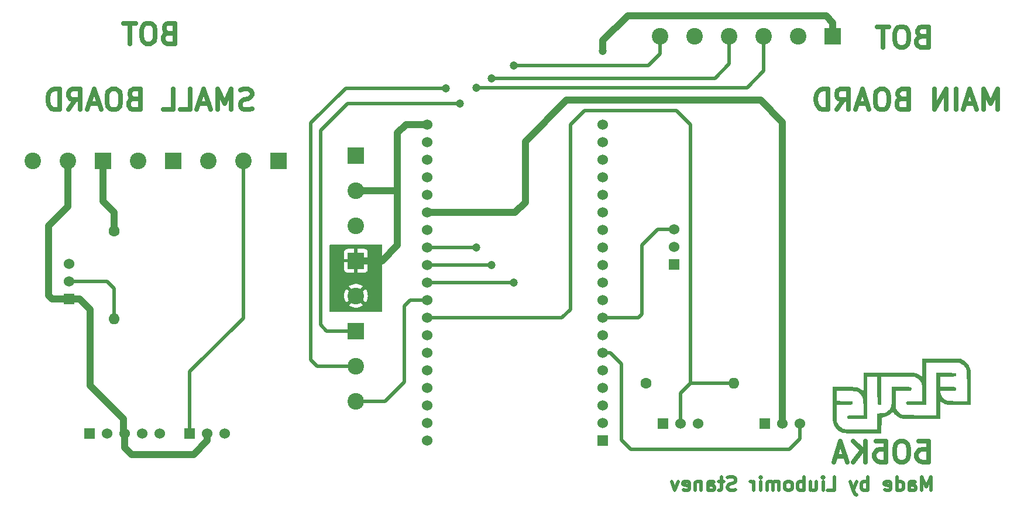
<source format=gbr>
%TF.GenerationSoftware,KiCad,Pcbnew,7.0.10*%
%TF.CreationDate,2024-02-03T15:37:23+02:00*%
%TF.ProjectId,Liubomir_Stanev_PCB,4c697562-6f6d-4697-925f-5374616e6576,rev?*%
%TF.SameCoordinates,Original*%
%TF.FileFunction,Copper,L2,Bot*%
%TF.FilePolarity,Positive*%
%FSLAX46Y46*%
G04 Gerber Fmt 4.6, Leading zero omitted, Abs format (unit mm)*
G04 Created by KiCad (PCBNEW 7.0.10) date 2024-02-03 15:37:23*
%MOMM*%
%LPD*%
G01*
G04 APERTURE LIST*
%ADD10C,0.700000*%
%TA.AperFunction,NonConductor*%
%ADD11C,0.700000*%
%TD*%
%ADD12C,0.500000*%
%TA.AperFunction,NonConductor*%
%ADD13C,0.500000*%
%TD*%
%TA.AperFunction,ComponentPad*%
%ADD14R,1.530000X1.530000*%
%TD*%
%TA.AperFunction,ComponentPad*%
%ADD15C,1.530000*%
%TD*%
%TA.AperFunction,ComponentPad*%
%ADD16C,1.600000*%
%TD*%
%TA.AperFunction,ComponentPad*%
%ADD17O,1.600000X1.600000*%
%TD*%
%TA.AperFunction,ComponentPad*%
%ADD18R,2.400000X2.400000*%
%TD*%
%TA.AperFunction,ComponentPad*%
%ADD19C,2.400000*%
%TD*%
%TA.AperFunction,ViaPad*%
%ADD20C,1.200000*%
%TD*%
%TA.AperFunction,Conductor*%
%ADD21C,1.000000*%
%TD*%
%TA.AperFunction,Conductor*%
%ADD22C,0.500000*%
%TD*%
G04 APERTURE END LIST*
D10*
D11*
X182396616Y-103596457D02*
X183825188Y-103596457D01*
X183825188Y-103596457D02*
X183825188Y-106596457D01*
X183825188Y-106596457D02*
X182968045Y-106596457D01*
X182968045Y-106596457D02*
X182539474Y-106453600D01*
X182539474Y-106453600D02*
X182253759Y-106167885D01*
X182253759Y-106167885D02*
X182110902Y-105882171D01*
X182110902Y-105882171D02*
X182110902Y-105453600D01*
X182110902Y-105453600D02*
X182253759Y-105167885D01*
X182253759Y-105167885D02*
X182539474Y-104882171D01*
X182539474Y-104882171D02*
X182968045Y-104739314D01*
X182968045Y-104739314D02*
X183825188Y-104739314D01*
X180253759Y-103596457D02*
X179682331Y-103596457D01*
X179682331Y-103596457D02*
X179396616Y-103739314D01*
X179396616Y-103739314D02*
X179110902Y-104025028D01*
X179110902Y-104025028D02*
X178968045Y-104596457D01*
X178968045Y-104596457D02*
X178968045Y-105596457D01*
X178968045Y-105596457D02*
X179110902Y-106167885D01*
X179110902Y-106167885D02*
X179396616Y-106453600D01*
X179396616Y-106453600D02*
X179682331Y-106596457D01*
X179682331Y-106596457D02*
X180253759Y-106596457D01*
X180253759Y-106596457D02*
X180539474Y-106453600D01*
X180539474Y-106453600D02*
X180825188Y-106167885D01*
X180825188Y-106167885D02*
X180968045Y-105596457D01*
X180968045Y-105596457D02*
X180968045Y-104596457D01*
X180968045Y-104596457D02*
X180825188Y-104025028D01*
X180825188Y-104025028D02*
X180539474Y-103739314D01*
X180539474Y-103739314D02*
X180253759Y-103596457D01*
X176253759Y-103596457D02*
X177682331Y-103596457D01*
X177682331Y-103596457D02*
X177682331Y-106596457D01*
X177682331Y-106596457D02*
X176825188Y-106596457D01*
X176825188Y-106596457D02*
X176396617Y-106453600D01*
X176396617Y-106453600D02*
X176110902Y-106167885D01*
X176110902Y-106167885D02*
X175968045Y-105882171D01*
X175968045Y-105882171D02*
X175968045Y-105453600D01*
X175968045Y-105453600D02*
X176110902Y-105167885D01*
X176110902Y-105167885D02*
X176396617Y-104882171D01*
X176396617Y-104882171D02*
X176825188Y-104739314D01*
X176825188Y-104739314D02*
X177682331Y-104739314D01*
X174682331Y-106596457D02*
X174682331Y-103596457D01*
X172968045Y-106596457D02*
X174253759Y-104882171D01*
X172968045Y-103596457D02*
X174682331Y-105310742D01*
X171825188Y-105739314D02*
X170396617Y-105739314D01*
X172110902Y-106596457D02*
X171110902Y-103596457D01*
X171110902Y-103596457D02*
X170110902Y-106596457D01*
D10*
D11*
X193825188Y-55596457D02*
X193825188Y-52596457D01*
X193825188Y-52596457D02*
X192825188Y-54739314D01*
X192825188Y-54739314D02*
X191825188Y-52596457D01*
X191825188Y-52596457D02*
X191825188Y-55596457D01*
X190539474Y-54739314D02*
X189110903Y-54739314D01*
X190825188Y-55596457D02*
X189825188Y-52596457D01*
X189825188Y-52596457D02*
X188825188Y-55596457D01*
X187825188Y-55596457D02*
X187825188Y-52596457D01*
X186396617Y-55596457D02*
X186396617Y-52596457D01*
X186396617Y-52596457D02*
X184682331Y-55596457D01*
X184682331Y-55596457D02*
X184682331Y-52596457D01*
X179968046Y-54025028D02*
X179539474Y-54167885D01*
X179539474Y-54167885D02*
X179396617Y-54310742D01*
X179396617Y-54310742D02*
X179253760Y-54596457D01*
X179253760Y-54596457D02*
X179253760Y-55025028D01*
X179253760Y-55025028D02*
X179396617Y-55310742D01*
X179396617Y-55310742D02*
X179539474Y-55453600D01*
X179539474Y-55453600D02*
X179825189Y-55596457D01*
X179825189Y-55596457D02*
X180968046Y-55596457D01*
X180968046Y-55596457D02*
X180968046Y-52596457D01*
X180968046Y-52596457D02*
X179968046Y-52596457D01*
X179968046Y-52596457D02*
X179682332Y-52739314D01*
X179682332Y-52739314D02*
X179539474Y-52882171D01*
X179539474Y-52882171D02*
X179396617Y-53167885D01*
X179396617Y-53167885D02*
X179396617Y-53453600D01*
X179396617Y-53453600D02*
X179539474Y-53739314D01*
X179539474Y-53739314D02*
X179682332Y-53882171D01*
X179682332Y-53882171D02*
X179968046Y-54025028D01*
X179968046Y-54025028D02*
X180968046Y-54025028D01*
X177396617Y-52596457D02*
X176825189Y-52596457D01*
X176825189Y-52596457D02*
X176539474Y-52739314D01*
X176539474Y-52739314D02*
X176253760Y-53025028D01*
X176253760Y-53025028D02*
X176110903Y-53596457D01*
X176110903Y-53596457D02*
X176110903Y-54596457D01*
X176110903Y-54596457D02*
X176253760Y-55167885D01*
X176253760Y-55167885D02*
X176539474Y-55453600D01*
X176539474Y-55453600D02*
X176825189Y-55596457D01*
X176825189Y-55596457D02*
X177396617Y-55596457D01*
X177396617Y-55596457D02*
X177682332Y-55453600D01*
X177682332Y-55453600D02*
X177968046Y-55167885D01*
X177968046Y-55167885D02*
X178110903Y-54596457D01*
X178110903Y-54596457D02*
X178110903Y-53596457D01*
X178110903Y-53596457D02*
X177968046Y-53025028D01*
X177968046Y-53025028D02*
X177682332Y-52739314D01*
X177682332Y-52739314D02*
X177396617Y-52596457D01*
X174968046Y-54739314D02*
X173539475Y-54739314D01*
X175253760Y-55596457D02*
X174253760Y-52596457D01*
X174253760Y-52596457D02*
X173253760Y-55596457D01*
X170539474Y-55596457D02*
X171539474Y-54167885D01*
X172253760Y-55596457D02*
X172253760Y-52596457D01*
X172253760Y-52596457D02*
X171110903Y-52596457D01*
X171110903Y-52596457D02*
X170825188Y-52739314D01*
X170825188Y-52739314D02*
X170682331Y-52882171D01*
X170682331Y-52882171D02*
X170539474Y-53167885D01*
X170539474Y-53167885D02*
X170539474Y-53596457D01*
X170539474Y-53596457D02*
X170682331Y-53882171D01*
X170682331Y-53882171D02*
X170825188Y-54025028D01*
X170825188Y-54025028D02*
X171110903Y-54167885D01*
X171110903Y-54167885D02*
X172253760Y-54167885D01*
X169253760Y-55596457D02*
X169253760Y-52596457D01*
X169253760Y-52596457D02*
X168539474Y-52596457D01*
X168539474Y-52596457D02*
X168110903Y-52739314D01*
X168110903Y-52739314D02*
X167825188Y-53025028D01*
X167825188Y-53025028D02*
X167682331Y-53310742D01*
X167682331Y-53310742D02*
X167539474Y-53882171D01*
X167539474Y-53882171D02*
X167539474Y-54310742D01*
X167539474Y-54310742D02*
X167682331Y-54882171D01*
X167682331Y-54882171D02*
X167825188Y-55167885D01*
X167825188Y-55167885D02*
X168110903Y-55453600D01*
X168110903Y-55453600D02*
X168539474Y-55596457D01*
X168539474Y-55596457D02*
X169253760Y-55596457D01*
D10*
D11*
X182825188Y-45025028D02*
X182396616Y-45167885D01*
X182396616Y-45167885D02*
X182253759Y-45310742D01*
X182253759Y-45310742D02*
X182110902Y-45596457D01*
X182110902Y-45596457D02*
X182110902Y-46025028D01*
X182110902Y-46025028D02*
X182253759Y-46310742D01*
X182253759Y-46310742D02*
X182396616Y-46453600D01*
X182396616Y-46453600D02*
X182682331Y-46596457D01*
X182682331Y-46596457D02*
X183825188Y-46596457D01*
X183825188Y-46596457D02*
X183825188Y-43596457D01*
X183825188Y-43596457D02*
X182825188Y-43596457D01*
X182825188Y-43596457D02*
X182539474Y-43739314D01*
X182539474Y-43739314D02*
X182396616Y-43882171D01*
X182396616Y-43882171D02*
X182253759Y-44167885D01*
X182253759Y-44167885D02*
X182253759Y-44453600D01*
X182253759Y-44453600D02*
X182396616Y-44739314D01*
X182396616Y-44739314D02*
X182539474Y-44882171D01*
X182539474Y-44882171D02*
X182825188Y-45025028D01*
X182825188Y-45025028D02*
X183825188Y-45025028D01*
X180253759Y-43596457D02*
X179682331Y-43596457D01*
X179682331Y-43596457D02*
X179396616Y-43739314D01*
X179396616Y-43739314D02*
X179110902Y-44025028D01*
X179110902Y-44025028D02*
X178968045Y-44596457D01*
X178968045Y-44596457D02*
X178968045Y-45596457D01*
X178968045Y-45596457D02*
X179110902Y-46167885D01*
X179110902Y-46167885D02*
X179396616Y-46453600D01*
X179396616Y-46453600D02*
X179682331Y-46596457D01*
X179682331Y-46596457D02*
X180253759Y-46596457D01*
X180253759Y-46596457D02*
X180539474Y-46453600D01*
X180539474Y-46453600D02*
X180825188Y-46167885D01*
X180825188Y-46167885D02*
X180968045Y-45596457D01*
X180968045Y-45596457D02*
X180968045Y-44596457D01*
X180968045Y-44596457D02*
X180825188Y-44025028D01*
X180825188Y-44025028D02*
X180539474Y-43739314D01*
X180539474Y-43739314D02*
X180253759Y-43596457D01*
X178110902Y-43596457D02*
X176396617Y-43596457D01*
X177253759Y-46596457D02*
X177253759Y-43596457D01*
D12*
D13*
X184194862Y-110729238D02*
X184194862Y-108729238D01*
X184194862Y-108729238D02*
X183528195Y-110157809D01*
X183528195Y-110157809D02*
X182861529Y-108729238D01*
X182861529Y-108729238D02*
X182861529Y-110729238D01*
X181052005Y-110729238D02*
X181052005Y-109681619D01*
X181052005Y-109681619D02*
X181147243Y-109491142D01*
X181147243Y-109491142D02*
X181337719Y-109395904D01*
X181337719Y-109395904D02*
X181718672Y-109395904D01*
X181718672Y-109395904D02*
X181909148Y-109491142D01*
X181052005Y-110634000D02*
X181242481Y-110729238D01*
X181242481Y-110729238D02*
X181718672Y-110729238D01*
X181718672Y-110729238D02*
X181909148Y-110634000D01*
X181909148Y-110634000D02*
X182004386Y-110443523D01*
X182004386Y-110443523D02*
X182004386Y-110253047D01*
X182004386Y-110253047D02*
X181909148Y-110062571D01*
X181909148Y-110062571D02*
X181718672Y-109967333D01*
X181718672Y-109967333D02*
X181242481Y-109967333D01*
X181242481Y-109967333D02*
X181052005Y-109872095D01*
X179242481Y-110729238D02*
X179242481Y-108729238D01*
X179242481Y-110634000D02*
X179432957Y-110729238D01*
X179432957Y-110729238D02*
X179813910Y-110729238D01*
X179813910Y-110729238D02*
X180004386Y-110634000D01*
X180004386Y-110634000D02*
X180099624Y-110538761D01*
X180099624Y-110538761D02*
X180194862Y-110348285D01*
X180194862Y-110348285D02*
X180194862Y-109776857D01*
X180194862Y-109776857D02*
X180099624Y-109586380D01*
X180099624Y-109586380D02*
X180004386Y-109491142D01*
X180004386Y-109491142D02*
X179813910Y-109395904D01*
X179813910Y-109395904D02*
X179432957Y-109395904D01*
X179432957Y-109395904D02*
X179242481Y-109491142D01*
X177528195Y-110634000D02*
X177718671Y-110729238D01*
X177718671Y-110729238D02*
X178099624Y-110729238D01*
X178099624Y-110729238D02*
X178290100Y-110634000D01*
X178290100Y-110634000D02*
X178385338Y-110443523D01*
X178385338Y-110443523D02*
X178385338Y-109681619D01*
X178385338Y-109681619D02*
X178290100Y-109491142D01*
X178290100Y-109491142D02*
X178099624Y-109395904D01*
X178099624Y-109395904D02*
X177718671Y-109395904D01*
X177718671Y-109395904D02*
X177528195Y-109491142D01*
X177528195Y-109491142D02*
X177432957Y-109681619D01*
X177432957Y-109681619D02*
X177432957Y-109872095D01*
X177432957Y-109872095D02*
X178385338Y-110062571D01*
X175052004Y-110729238D02*
X175052004Y-108729238D01*
X175052004Y-109491142D02*
X174861528Y-109395904D01*
X174861528Y-109395904D02*
X174480575Y-109395904D01*
X174480575Y-109395904D02*
X174290099Y-109491142D01*
X174290099Y-109491142D02*
X174194861Y-109586380D01*
X174194861Y-109586380D02*
X174099623Y-109776857D01*
X174099623Y-109776857D02*
X174099623Y-110348285D01*
X174099623Y-110348285D02*
X174194861Y-110538761D01*
X174194861Y-110538761D02*
X174290099Y-110634000D01*
X174290099Y-110634000D02*
X174480575Y-110729238D01*
X174480575Y-110729238D02*
X174861528Y-110729238D01*
X174861528Y-110729238D02*
X175052004Y-110634000D01*
X173432956Y-109395904D02*
X172956766Y-110729238D01*
X172480575Y-109395904D02*
X172956766Y-110729238D01*
X172956766Y-110729238D02*
X173147242Y-111205428D01*
X173147242Y-111205428D02*
X173242480Y-111300666D01*
X173242480Y-111300666D02*
X173432956Y-111395904D01*
X169242479Y-110729238D02*
X170194860Y-110729238D01*
X170194860Y-110729238D02*
X170194860Y-108729238D01*
X168575812Y-110729238D02*
X168575812Y-109395904D01*
X168575812Y-108729238D02*
X168671050Y-108824476D01*
X168671050Y-108824476D02*
X168575812Y-108919714D01*
X168575812Y-108919714D02*
X168480574Y-108824476D01*
X168480574Y-108824476D02*
X168575812Y-108729238D01*
X168575812Y-108729238D02*
X168575812Y-108919714D01*
X166766288Y-109395904D02*
X166766288Y-110729238D01*
X167623431Y-109395904D02*
X167623431Y-110443523D01*
X167623431Y-110443523D02*
X167528193Y-110634000D01*
X167528193Y-110634000D02*
X167337717Y-110729238D01*
X167337717Y-110729238D02*
X167052002Y-110729238D01*
X167052002Y-110729238D02*
X166861526Y-110634000D01*
X166861526Y-110634000D02*
X166766288Y-110538761D01*
X165813907Y-110729238D02*
X165813907Y-108729238D01*
X165813907Y-109491142D02*
X165623431Y-109395904D01*
X165623431Y-109395904D02*
X165242478Y-109395904D01*
X165242478Y-109395904D02*
X165052002Y-109491142D01*
X165052002Y-109491142D02*
X164956764Y-109586380D01*
X164956764Y-109586380D02*
X164861526Y-109776857D01*
X164861526Y-109776857D02*
X164861526Y-110348285D01*
X164861526Y-110348285D02*
X164956764Y-110538761D01*
X164956764Y-110538761D02*
X165052002Y-110634000D01*
X165052002Y-110634000D02*
X165242478Y-110729238D01*
X165242478Y-110729238D02*
X165623431Y-110729238D01*
X165623431Y-110729238D02*
X165813907Y-110634000D01*
X163718669Y-110729238D02*
X163909145Y-110634000D01*
X163909145Y-110634000D02*
X164004383Y-110538761D01*
X164004383Y-110538761D02*
X164099621Y-110348285D01*
X164099621Y-110348285D02*
X164099621Y-109776857D01*
X164099621Y-109776857D02*
X164004383Y-109586380D01*
X164004383Y-109586380D02*
X163909145Y-109491142D01*
X163909145Y-109491142D02*
X163718669Y-109395904D01*
X163718669Y-109395904D02*
X163432954Y-109395904D01*
X163432954Y-109395904D02*
X163242478Y-109491142D01*
X163242478Y-109491142D02*
X163147240Y-109586380D01*
X163147240Y-109586380D02*
X163052002Y-109776857D01*
X163052002Y-109776857D02*
X163052002Y-110348285D01*
X163052002Y-110348285D02*
X163147240Y-110538761D01*
X163147240Y-110538761D02*
X163242478Y-110634000D01*
X163242478Y-110634000D02*
X163432954Y-110729238D01*
X163432954Y-110729238D02*
X163718669Y-110729238D01*
X162194859Y-110729238D02*
X162194859Y-109395904D01*
X162194859Y-109586380D02*
X162099621Y-109491142D01*
X162099621Y-109491142D02*
X161909145Y-109395904D01*
X161909145Y-109395904D02*
X161623430Y-109395904D01*
X161623430Y-109395904D02*
X161432954Y-109491142D01*
X161432954Y-109491142D02*
X161337716Y-109681619D01*
X161337716Y-109681619D02*
X161337716Y-110729238D01*
X161337716Y-109681619D02*
X161242478Y-109491142D01*
X161242478Y-109491142D02*
X161052002Y-109395904D01*
X161052002Y-109395904D02*
X160766288Y-109395904D01*
X160766288Y-109395904D02*
X160575811Y-109491142D01*
X160575811Y-109491142D02*
X160480573Y-109681619D01*
X160480573Y-109681619D02*
X160480573Y-110729238D01*
X159528192Y-110729238D02*
X159528192Y-109395904D01*
X159528192Y-108729238D02*
X159623430Y-108824476D01*
X159623430Y-108824476D02*
X159528192Y-108919714D01*
X159528192Y-108919714D02*
X159432954Y-108824476D01*
X159432954Y-108824476D02*
X159528192Y-108729238D01*
X159528192Y-108729238D02*
X159528192Y-108919714D01*
X158575811Y-110729238D02*
X158575811Y-109395904D01*
X158575811Y-109776857D02*
X158480573Y-109586380D01*
X158480573Y-109586380D02*
X158385335Y-109491142D01*
X158385335Y-109491142D02*
X158194859Y-109395904D01*
X158194859Y-109395904D02*
X158004382Y-109395904D01*
X155909144Y-110634000D02*
X155623430Y-110729238D01*
X155623430Y-110729238D02*
X155147239Y-110729238D01*
X155147239Y-110729238D02*
X154956763Y-110634000D01*
X154956763Y-110634000D02*
X154861525Y-110538761D01*
X154861525Y-110538761D02*
X154766287Y-110348285D01*
X154766287Y-110348285D02*
X154766287Y-110157809D01*
X154766287Y-110157809D02*
X154861525Y-109967333D01*
X154861525Y-109967333D02*
X154956763Y-109872095D01*
X154956763Y-109872095D02*
X155147239Y-109776857D01*
X155147239Y-109776857D02*
X155528192Y-109681619D01*
X155528192Y-109681619D02*
X155718668Y-109586380D01*
X155718668Y-109586380D02*
X155813906Y-109491142D01*
X155813906Y-109491142D02*
X155909144Y-109300666D01*
X155909144Y-109300666D02*
X155909144Y-109110190D01*
X155909144Y-109110190D02*
X155813906Y-108919714D01*
X155813906Y-108919714D02*
X155718668Y-108824476D01*
X155718668Y-108824476D02*
X155528192Y-108729238D01*
X155528192Y-108729238D02*
X155052001Y-108729238D01*
X155052001Y-108729238D02*
X154766287Y-108824476D01*
X154194858Y-109395904D02*
X153432954Y-109395904D01*
X153909144Y-108729238D02*
X153909144Y-110443523D01*
X153909144Y-110443523D02*
X153813906Y-110634000D01*
X153813906Y-110634000D02*
X153623430Y-110729238D01*
X153623430Y-110729238D02*
X153432954Y-110729238D01*
X151909144Y-110729238D02*
X151909144Y-109681619D01*
X151909144Y-109681619D02*
X152004382Y-109491142D01*
X152004382Y-109491142D02*
X152194858Y-109395904D01*
X152194858Y-109395904D02*
X152575811Y-109395904D01*
X152575811Y-109395904D02*
X152766287Y-109491142D01*
X151909144Y-110634000D02*
X152099620Y-110729238D01*
X152099620Y-110729238D02*
X152575811Y-110729238D01*
X152575811Y-110729238D02*
X152766287Y-110634000D01*
X152766287Y-110634000D02*
X152861525Y-110443523D01*
X152861525Y-110443523D02*
X152861525Y-110253047D01*
X152861525Y-110253047D02*
X152766287Y-110062571D01*
X152766287Y-110062571D02*
X152575811Y-109967333D01*
X152575811Y-109967333D02*
X152099620Y-109967333D01*
X152099620Y-109967333D02*
X151909144Y-109872095D01*
X150956763Y-109395904D02*
X150956763Y-110729238D01*
X150956763Y-109586380D02*
X150861525Y-109491142D01*
X150861525Y-109491142D02*
X150671049Y-109395904D01*
X150671049Y-109395904D02*
X150385334Y-109395904D01*
X150385334Y-109395904D02*
X150194858Y-109491142D01*
X150194858Y-109491142D02*
X150099620Y-109681619D01*
X150099620Y-109681619D02*
X150099620Y-110729238D01*
X148385334Y-110634000D02*
X148575810Y-110729238D01*
X148575810Y-110729238D02*
X148956763Y-110729238D01*
X148956763Y-110729238D02*
X149147239Y-110634000D01*
X149147239Y-110634000D02*
X149242477Y-110443523D01*
X149242477Y-110443523D02*
X149242477Y-109681619D01*
X149242477Y-109681619D02*
X149147239Y-109491142D01*
X149147239Y-109491142D02*
X148956763Y-109395904D01*
X148956763Y-109395904D02*
X148575810Y-109395904D01*
X148575810Y-109395904D02*
X148385334Y-109491142D01*
X148385334Y-109491142D02*
X148290096Y-109681619D01*
X148290096Y-109681619D02*
X148290096Y-109872095D01*
X148290096Y-109872095D02*
X149242477Y-110062571D01*
X147623429Y-109395904D02*
X147147239Y-110729238D01*
X147147239Y-110729238D02*
X146671048Y-109395904D01*
D10*
D11*
X85968045Y-55453600D02*
X85539474Y-55596457D01*
X85539474Y-55596457D02*
X84825188Y-55596457D01*
X84825188Y-55596457D02*
X84539474Y-55453600D01*
X84539474Y-55453600D02*
X84396616Y-55310742D01*
X84396616Y-55310742D02*
X84253759Y-55025028D01*
X84253759Y-55025028D02*
X84253759Y-54739314D01*
X84253759Y-54739314D02*
X84396616Y-54453600D01*
X84396616Y-54453600D02*
X84539474Y-54310742D01*
X84539474Y-54310742D02*
X84825188Y-54167885D01*
X84825188Y-54167885D02*
X85396616Y-54025028D01*
X85396616Y-54025028D02*
X85682331Y-53882171D01*
X85682331Y-53882171D02*
X85825188Y-53739314D01*
X85825188Y-53739314D02*
X85968045Y-53453600D01*
X85968045Y-53453600D02*
X85968045Y-53167885D01*
X85968045Y-53167885D02*
X85825188Y-52882171D01*
X85825188Y-52882171D02*
X85682331Y-52739314D01*
X85682331Y-52739314D02*
X85396616Y-52596457D01*
X85396616Y-52596457D02*
X84682331Y-52596457D01*
X84682331Y-52596457D02*
X84253759Y-52739314D01*
X82968045Y-55596457D02*
X82968045Y-52596457D01*
X82968045Y-52596457D02*
X81968045Y-54739314D01*
X81968045Y-54739314D02*
X80968045Y-52596457D01*
X80968045Y-52596457D02*
X80968045Y-55596457D01*
X79682331Y-54739314D02*
X78253760Y-54739314D01*
X79968045Y-55596457D02*
X78968045Y-52596457D01*
X78968045Y-52596457D02*
X77968045Y-55596457D01*
X75539473Y-55596457D02*
X76968045Y-55596457D01*
X76968045Y-55596457D02*
X76968045Y-52596457D01*
X73110902Y-55596457D02*
X74539474Y-55596457D01*
X74539474Y-55596457D02*
X74539474Y-52596457D01*
X68825189Y-54025028D02*
X68396617Y-54167885D01*
X68396617Y-54167885D02*
X68253760Y-54310742D01*
X68253760Y-54310742D02*
X68110903Y-54596457D01*
X68110903Y-54596457D02*
X68110903Y-55025028D01*
X68110903Y-55025028D02*
X68253760Y-55310742D01*
X68253760Y-55310742D02*
X68396617Y-55453600D01*
X68396617Y-55453600D02*
X68682332Y-55596457D01*
X68682332Y-55596457D02*
X69825189Y-55596457D01*
X69825189Y-55596457D02*
X69825189Y-52596457D01*
X69825189Y-52596457D02*
X68825189Y-52596457D01*
X68825189Y-52596457D02*
X68539475Y-52739314D01*
X68539475Y-52739314D02*
X68396617Y-52882171D01*
X68396617Y-52882171D02*
X68253760Y-53167885D01*
X68253760Y-53167885D02*
X68253760Y-53453600D01*
X68253760Y-53453600D02*
X68396617Y-53739314D01*
X68396617Y-53739314D02*
X68539475Y-53882171D01*
X68539475Y-53882171D02*
X68825189Y-54025028D01*
X68825189Y-54025028D02*
X69825189Y-54025028D01*
X66253760Y-52596457D02*
X65682332Y-52596457D01*
X65682332Y-52596457D02*
X65396617Y-52739314D01*
X65396617Y-52739314D02*
X65110903Y-53025028D01*
X65110903Y-53025028D02*
X64968046Y-53596457D01*
X64968046Y-53596457D02*
X64968046Y-54596457D01*
X64968046Y-54596457D02*
X65110903Y-55167885D01*
X65110903Y-55167885D02*
X65396617Y-55453600D01*
X65396617Y-55453600D02*
X65682332Y-55596457D01*
X65682332Y-55596457D02*
X66253760Y-55596457D01*
X66253760Y-55596457D02*
X66539475Y-55453600D01*
X66539475Y-55453600D02*
X66825189Y-55167885D01*
X66825189Y-55167885D02*
X66968046Y-54596457D01*
X66968046Y-54596457D02*
X66968046Y-53596457D01*
X66968046Y-53596457D02*
X66825189Y-53025028D01*
X66825189Y-53025028D02*
X66539475Y-52739314D01*
X66539475Y-52739314D02*
X66253760Y-52596457D01*
X63825189Y-54739314D02*
X62396618Y-54739314D01*
X64110903Y-55596457D02*
X63110903Y-52596457D01*
X63110903Y-52596457D02*
X62110903Y-55596457D01*
X59396617Y-55596457D02*
X60396617Y-54167885D01*
X61110903Y-55596457D02*
X61110903Y-52596457D01*
X61110903Y-52596457D02*
X59968046Y-52596457D01*
X59968046Y-52596457D02*
X59682331Y-52739314D01*
X59682331Y-52739314D02*
X59539474Y-52882171D01*
X59539474Y-52882171D02*
X59396617Y-53167885D01*
X59396617Y-53167885D02*
X59396617Y-53596457D01*
X59396617Y-53596457D02*
X59539474Y-53882171D01*
X59539474Y-53882171D02*
X59682331Y-54025028D01*
X59682331Y-54025028D02*
X59968046Y-54167885D01*
X59968046Y-54167885D02*
X61110903Y-54167885D01*
X58110903Y-55596457D02*
X58110903Y-52596457D01*
X58110903Y-52596457D02*
X57396617Y-52596457D01*
X57396617Y-52596457D02*
X56968046Y-52739314D01*
X56968046Y-52739314D02*
X56682331Y-53025028D01*
X56682331Y-53025028D02*
X56539474Y-53310742D01*
X56539474Y-53310742D02*
X56396617Y-53882171D01*
X56396617Y-53882171D02*
X56396617Y-54310742D01*
X56396617Y-54310742D02*
X56539474Y-54882171D01*
X56539474Y-54882171D02*
X56682331Y-55167885D01*
X56682331Y-55167885D02*
X56968046Y-55453600D01*
X56968046Y-55453600D02*
X57396617Y-55596457D01*
X57396617Y-55596457D02*
X58110903Y-55596457D01*
D10*
D11*
X73825188Y-44525028D02*
X73396616Y-44667885D01*
X73396616Y-44667885D02*
X73253759Y-44810742D01*
X73253759Y-44810742D02*
X73110902Y-45096457D01*
X73110902Y-45096457D02*
X73110902Y-45525028D01*
X73110902Y-45525028D02*
X73253759Y-45810742D01*
X73253759Y-45810742D02*
X73396616Y-45953600D01*
X73396616Y-45953600D02*
X73682331Y-46096457D01*
X73682331Y-46096457D02*
X74825188Y-46096457D01*
X74825188Y-46096457D02*
X74825188Y-43096457D01*
X74825188Y-43096457D02*
X73825188Y-43096457D01*
X73825188Y-43096457D02*
X73539474Y-43239314D01*
X73539474Y-43239314D02*
X73396616Y-43382171D01*
X73396616Y-43382171D02*
X73253759Y-43667885D01*
X73253759Y-43667885D02*
X73253759Y-43953600D01*
X73253759Y-43953600D02*
X73396616Y-44239314D01*
X73396616Y-44239314D02*
X73539474Y-44382171D01*
X73539474Y-44382171D02*
X73825188Y-44525028D01*
X73825188Y-44525028D02*
X74825188Y-44525028D01*
X71253759Y-43096457D02*
X70682331Y-43096457D01*
X70682331Y-43096457D02*
X70396616Y-43239314D01*
X70396616Y-43239314D02*
X70110902Y-43525028D01*
X70110902Y-43525028D02*
X69968045Y-44096457D01*
X69968045Y-44096457D02*
X69968045Y-45096457D01*
X69968045Y-45096457D02*
X70110902Y-45667885D01*
X70110902Y-45667885D02*
X70396616Y-45953600D01*
X70396616Y-45953600D02*
X70682331Y-46096457D01*
X70682331Y-46096457D02*
X71253759Y-46096457D01*
X71253759Y-46096457D02*
X71539474Y-45953600D01*
X71539474Y-45953600D02*
X71825188Y-45667885D01*
X71825188Y-45667885D02*
X71968045Y-45096457D01*
X71968045Y-45096457D02*
X71968045Y-44096457D01*
X71968045Y-44096457D02*
X71825188Y-43525028D01*
X71825188Y-43525028D02*
X71539474Y-43239314D01*
X71539474Y-43239314D02*
X71253759Y-43096457D01*
X69110902Y-43096457D02*
X67396617Y-43096457D01*
X68253759Y-46096457D02*
X68253759Y-43096457D01*
%TA.AperFunction,EtchedComponent*%
%TO.C,G\u002A\u002A\u002A*%
G36*
X189963389Y-98355021D02*
G01*
X188316109Y-98355021D01*
X187905774Y-98354434D01*
X187465791Y-98350923D01*
X187108745Y-98342470D01*
X186821543Y-98327090D01*
X186591093Y-98302795D01*
X186404303Y-98267600D01*
X186248082Y-98219518D01*
X186109336Y-98156562D01*
X185974974Y-98076746D01*
X185831904Y-97978084D01*
X185579498Y-97797248D01*
X185579498Y-100400837D01*
X182882825Y-100400837D01*
X182249316Y-100400686D01*
X181712060Y-100399551D01*
X181261360Y-100396415D01*
X180887514Y-100390263D01*
X180580824Y-100380076D01*
X180331591Y-100364838D01*
X180130114Y-100343532D01*
X179966695Y-100315142D01*
X179831634Y-100278651D01*
X179715231Y-100233041D01*
X179607788Y-100177296D01*
X179499604Y-100110399D01*
X179380981Y-100031333D01*
X179243474Y-99927751D01*
X179045856Y-99744207D01*
X178896390Y-99564288D01*
X178722696Y-99306394D01*
X178468235Y-99551662D01*
X178172769Y-99791804D01*
X177813020Y-99979408D01*
X177387959Y-100102236D01*
X177050837Y-100170971D01*
X177022183Y-102477741D01*
X174299899Y-102462197D01*
X174077782Y-102460925D01*
X173505035Y-102457485D01*
X173025706Y-102454040D01*
X172630250Y-102450152D01*
X172309119Y-102445379D01*
X172052768Y-102439283D01*
X171851649Y-102431423D01*
X171696218Y-102421359D01*
X171576926Y-102408651D01*
X171484228Y-102392860D01*
X171408578Y-102373546D01*
X171340429Y-102350268D01*
X171270234Y-102322587D01*
X171237391Y-102308779D01*
X170936828Y-102137398D01*
X170643885Y-101899635D01*
X170390648Y-101625099D01*
X170209203Y-101343401D01*
X170208542Y-101342051D01*
X170152077Y-101217931D01*
X170104671Y-101089297D01*
X170065546Y-100945972D01*
X170033925Y-100777781D01*
X170009029Y-100574550D01*
X169990080Y-100326101D01*
X169976300Y-100022262D01*
X169966910Y-99652854D01*
X169961134Y-99207705D01*
X169958191Y-98676638D01*
X169957306Y-98049477D01*
X169957004Y-96302845D01*
X170538382Y-96302845D01*
X170553187Y-97036674D01*
X170567992Y-97770502D01*
X171653239Y-97784916D01*
X171910156Y-97789390D01*
X172271868Y-97800516D01*
X172546501Y-97815903D01*
X172727671Y-97835147D01*
X172808992Y-97857845D01*
X172837244Y-97891357D01*
X172875133Y-98018613D01*
X172865715Y-98162723D01*
X172808992Y-98267678D01*
X172772386Y-98281726D01*
X172630225Y-98302394D01*
X172392057Y-98319366D01*
X172064267Y-98332238D01*
X171653239Y-98340607D01*
X170567992Y-98355021D01*
X170567992Y-100746234D01*
X170716837Y-101049339D01*
X170730044Y-101075795D01*
X170899872Y-101344890D01*
X171117446Y-101558238D01*
X171412012Y-101745113D01*
X171435814Y-101757685D01*
X171489743Y-101783265D01*
X171550236Y-101804399D01*
X171627263Y-101821587D01*
X171730795Y-101835335D01*
X171870804Y-101846144D01*
X172057261Y-101854518D01*
X172300137Y-101860959D01*
X172609403Y-101865972D01*
X172995030Y-101870058D01*
X173466989Y-101873722D01*
X174035251Y-101877466D01*
X176439749Y-101892798D01*
X176439749Y-99562988D01*
X176957846Y-99540543D01*
X177231981Y-99522059D01*
X177484020Y-99480227D01*
X177687700Y-99405325D01*
X177874089Y-99285321D01*
X178074253Y-99108182D01*
X178155884Y-99026535D01*
X178263599Y-98901134D01*
X178347331Y-98768286D01*
X178410044Y-98613880D01*
X178454705Y-98423804D01*
X178484279Y-98183948D01*
X178501731Y-97880199D01*
X178510028Y-97498445D01*
X178512134Y-97024576D01*
X178512134Y-95724686D01*
X179867155Y-95724686D01*
X179983823Y-95724705D01*
X180374174Y-95725389D01*
X180674760Y-95727763D01*
X180898711Y-95732782D01*
X181059155Y-95741400D01*
X181169223Y-95754572D01*
X181242042Y-95773253D01*
X181290742Y-95798398D01*
X181328452Y-95830963D01*
X181410448Y-95939280D01*
X181421190Y-96067669D01*
X181328452Y-96202929D01*
X181320453Y-96210757D01*
X181276524Y-96245102D01*
X181217016Y-96270401D01*
X181126812Y-96288027D01*
X180990797Y-96299349D01*
X180793855Y-96305739D01*
X180520871Y-96308567D01*
X180156730Y-96309205D01*
X179091284Y-96309205D01*
X179123222Y-98841961D01*
X179283775Y-99101468D01*
X179362887Y-99216193D01*
X179584711Y-99456091D01*
X179839156Y-99646258D01*
X180094334Y-99760757D01*
X180187470Y-99773635D01*
X180384677Y-99785926D01*
X180675513Y-99796317D01*
X181053402Y-99804664D01*
X181511768Y-99810826D01*
X182044032Y-99814659D01*
X182643620Y-99816022D01*
X184994979Y-99816318D01*
X184994979Y-93705440D01*
X186365942Y-93705440D01*
X186756438Y-93706542D01*
X187133932Y-93710968D01*
X187419369Y-93719104D01*
X187620483Y-93731293D01*
X187745006Y-93747879D01*
X187800670Y-93769205D01*
X187822552Y-93797631D01*
X187860299Y-93926618D01*
X187850449Y-94071372D01*
X187793929Y-94176046D01*
X187757323Y-94190094D01*
X187615162Y-94210763D01*
X187376994Y-94227734D01*
X187049204Y-94240606D01*
X186638176Y-94248975D01*
X185552929Y-94263389D01*
X185538145Y-94994038D01*
X185523361Y-95724686D01*
X186610396Y-95724686D01*
X186964419Y-95725689D01*
X187278428Y-95730990D01*
X187509729Y-95743523D01*
X187670859Y-95766211D01*
X187774356Y-95801975D01*
X187832759Y-95853737D01*
X187858606Y-95924420D01*
X187864435Y-96016946D01*
X187860095Y-96099744D01*
X187837280Y-96172829D01*
X187783407Y-96226662D01*
X187685943Y-96264162D01*
X187532352Y-96288247D01*
X187310103Y-96301836D01*
X187006659Y-96307849D01*
X186609487Y-96309205D01*
X185521544Y-96309205D01*
X185556600Y-96508473D01*
X185643024Y-96817004D01*
X185830588Y-97163139D01*
X186095152Y-97448560D01*
X186424957Y-97657705D01*
X186426391Y-97658367D01*
X186508278Y-97692981D01*
X186595438Y-97719986D01*
X186702299Y-97740539D01*
X186843290Y-97755799D01*
X187032840Y-97766922D01*
X187285378Y-97775067D01*
X187615333Y-97781391D01*
X188037134Y-97787052D01*
X189405440Y-97803603D01*
X189405440Y-95657890D01*
X189405318Y-95314086D01*
X189403948Y-94784723D01*
X189399923Y-94345250D01*
X189391863Y-93985207D01*
X189378388Y-93694136D01*
X189358121Y-93461578D01*
X189329682Y-93277074D01*
X189291691Y-93130164D01*
X189242770Y-93010389D01*
X189181539Y-92907291D01*
X189106619Y-92810410D01*
X189016631Y-92709287D01*
X188916181Y-92611500D01*
X188718832Y-92456374D01*
X188528661Y-92342886D01*
X188262971Y-92218612D01*
X185885042Y-92218093D01*
X183507113Y-92217573D01*
X183507113Y-98328452D01*
X182100824Y-98328452D01*
X181900401Y-98328397D01*
X181520037Y-98327564D01*
X181228075Y-98325042D01*
X181012135Y-98319960D01*
X180859839Y-98311446D01*
X180758809Y-98298631D01*
X180696666Y-98280644D01*
X180661032Y-98256613D01*
X180639527Y-98225669D01*
X180612942Y-98169326D01*
X180591513Y-98013014D01*
X180668022Y-97880574D01*
X180684052Y-97867050D01*
X180738793Y-97841504D01*
X180829855Y-97822844D01*
X180971224Y-97810070D01*
X181176890Y-97802182D01*
X181460839Y-97798183D01*
X181837060Y-97797071D01*
X182922594Y-97797071D01*
X182922594Y-96637500D01*
X182920603Y-96208607D01*
X182912445Y-95854485D01*
X182895161Y-95575961D01*
X182865795Y-95357461D01*
X182821389Y-95183415D01*
X182758984Y-95038249D01*
X182675625Y-94906392D01*
X182568354Y-94772272D01*
X182492270Y-94692874D01*
X182302315Y-94533920D01*
X182106280Y-94407394D01*
X181833264Y-94263389D01*
X179428766Y-94247586D01*
X177024268Y-94231784D01*
X177024268Y-98219726D01*
X176894025Y-98305065D01*
X176887045Y-98309540D01*
X176726460Y-98361522D01*
X176585874Y-98318497D01*
X176489843Y-98187601D01*
X176479875Y-98124751D01*
X176468883Y-97962120D01*
X176459206Y-97715996D01*
X176451151Y-97398793D01*
X176445019Y-97022922D01*
X176441118Y-96600797D01*
X176439749Y-96144832D01*
X176439749Y-94233821D01*
X175709101Y-94248605D01*
X174978452Y-94263389D01*
X174951020Y-100400837D01*
X173600226Y-100400837D01*
X173189684Y-100400214D01*
X172836614Y-100396769D01*
X172567789Y-100388288D01*
X172371751Y-100372560D01*
X172237045Y-100347373D01*
X172152216Y-100310515D01*
X172105807Y-100259773D01*
X172086363Y-100192937D01*
X172082427Y-100107795D01*
X172084699Y-100058039D01*
X172106894Y-99977469D01*
X172162707Y-99916811D01*
X172264240Y-99873327D01*
X172423592Y-99844275D01*
X172652864Y-99826917D01*
X172964154Y-99818511D01*
X173369564Y-99816318D01*
X174420502Y-99816318D01*
X174420502Y-98710063D01*
X174418879Y-98346282D01*
X174410551Y-97972550D01*
X174392297Y-97676835D01*
X174360979Y-97443453D01*
X174313459Y-97256719D01*
X174246599Y-97100948D01*
X174157262Y-96960455D01*
X174042311Y-96819556D01*
X173983259Y-96752937D01*
X173868902Y-96631618D01*
X173759376Y-96536374D01*
X173640792Y-96463865D01*
X173499263Y-96410754D01*
X173320900Y-96373702D01*
X173091814Y-96349370D01*
X172798119Y-96334420D01*
X172425926Y-96325513D01*
X171961346Y-96319310D01*
X170538382Y-96302845D01*
X169957004Y-96302845D01*
X169956904Y-95724686D01*
X171599450Y-95724686D01*
X171965262Y-95725232D01*
X172424436Y-95728969D01*
X172799205Y-95737987D01*
X173102594Y-95754288D01*
X173347628Y-95779873D01*
X173547333Y-95816744D01*
X173714735Y-95866902D01*
X173862858Y-95932348D01*
X174004727Y-96015085D01*
X174153369Y-96117112D01*
X174420502Y-96309028D01*
X174420502Y-93648239D01*
X178153452Y-93663555D01*
X178288454Y-93664110D01*
X178990913Y-93667100D01*
X179596353Y-93670021D01*
X180112640Y-93673121D01*
X180547638Y-93676649D01*
X180909213Y-93680853D01*
X181205231Y-93685982D01*
X181443555Y-93692286D01*
X181632051Y-93700012D01*
X181778584Y-93709410D01*
X181891020Y-93720728D01*
X181977224Y-93734215D01*
X182045060Y-93750120D01*
X182102394Y-93768691D01*
X182157091Y-93790178D01*
X182247305Y-93830291D01*
X182472794Y-93947473D01*
X182675187Y-94071705D01*
X182922594Y-94241926D01*
X182922594Y-91629445D01*
X185699059Y-91644534D01*
X188475523Y-91659624D01*
X188774220Y-91806312D01*
X188896816Y-91870889D01*
X189282662Y-92145302D01*
X189587721Y-92485110D01*
X189806832Y-92883520D01*
X189934834Y-93333740D01*
X189939664Y-93366683D01*
X189955354Y-93556043D01*
X189967401Y-93849046D01*
X189975774Y-94243666D01*
X189980438Y-94737874D01*
X189981361Y-95329643D01*
X189978510Y-96016946D01*
X189966955Y-97803603D01*
X189963389Y-98355021D01*
G37*
%TD.AperFunction*%
%TD*%
D14*
%TO.P,U5,1,GND*%
%TO.N,GND*%
X145460000Y-101000000D03*
D15*
%TO.P,U5,2,DQ*%
%TO.N,/water_temp*%
X148000000Y-101000000D03*
%TO.P,U5,3,V_{DD}*%
%TO.N,+3.3V*%
X150540000Y-101000000D03*
%TD*%
D16*
%TO.P,R1,1*%
%TO.N,+3V3*%
X66000000Y-73150000D03*
D17*
%TO.P,R1,2*%
%TO.N,/air_temp*%
X66000000Y-85850000D03*
%TD*%
D18*
%TO.P,J4,1,Pin_1*%
%TO.N,+3.3V*%
X101000000Y-62220000D03*
D19*
%TO.P,J4,2,Pin_2*%
%TO.N,GND*%
X101000000Y-67300000D03*
%TO.P,J4,3,Pin_3*%
%TO.N,/uv_ref_main*%
X101000000Y-72380000D03*
%TD*%
D14*
%TO.P,U2,1,OUT*%
%TO.N,/brightness_out*%
X76960000Y-102500000D03*
D15*
%TO.P,U2,2,GND*%
%TO.N,GND1*%
X79500000Y-102500000D03*
%TO.P,U2,3,VCC*%
%TO.N,+3V3*%
X82040000Y-102500000D03*
%TD*%
D18*
%TO.P,U8,1,VCC*%
%TO.N,+5V*%
X170000000Y-45000000D03*
D19*
%TO.P,U8,2,GND*%
%TO.N,GND*%
X165000000Y-45000000D03*
%TO.P,U8,3,In1*%
%TO.N,/relay_brightness_lamp*%
X160000000Y-45000000D03*
%TO.P,U8,4,In2*%
%TO.N,/relay_uv_lamp*%
X155000000Y-45000000D03*
%TO.P,U8,5,In3*%
%TO.N,unconnected-(U8-In3-Pad5)*%
X150000000Y-45000000D03*
%TO.P,U8,6,In4*%
%TO.N,/relay_heater*%
X145000000Y-45000000D03*
%TD*%
D18*
%TO.P,J6,1,Pin_1*%
%TO.N,GND*%
X101000000Y-77460000D03*
D19*
%TO.P,J6,2,Pin_2*%
X101000000Y-82540000D03*
%TD*%
D14*
%TO.P,U7,1,+3.3V*%
%TO.N,+3.3V*%
X136700000Y-103500000D03*
D15*
%TO.P,U7,2,ESP_EN*%
%TO.N,unconnected-(U7-ESP_EN-Pad2)*%
X136700000Y-100960000D03*
%TO.P,U7,3,GPI36*%
%TO.N,/brightness_out_main*%
X136700000Y-98420000D03*
%TO.P,U7,4,GPI39*%
%TO.N,unconnected-(U7-GPI39-Pad4)*%
X136700000Y-95880000D03*
%TO.P,U7,5,GPI34*%
%TO.N,unconnected-(U7-GPI34-Pad5)*%
X136700000Y-93340000D03*
%TO.P,U7,6,GPI35*%
%TO.N,/water_level*%
X136700000Y-90800000D03*
%TO.P,U7,7,GPIO32*%
%TO.N,/uv_out_main*%
X136700000Y-88260000D03*
%TO.P,U7,8,GPIO33*%
%TO.N,/turbidity*%
X136700000Y-85720000D03*
%TO.P,U7,9,GPIO25*%
%TO.N,unconnected-(U7-GPIO25-Pad9)*%
X136700000Y-83180000D03*
%TO.P,U7,10,GPIO26*%
%TO.N,unconnected-(U7-GPIO26-Pad10)*%
X136700000Y-80640000D03*
%TO.P,U7,11,GPIO27*%
%TO.N,unconnected-(U7-GPIO27-Pad11)*%
X136700000Y-78100000D03*
%TO.P,U7,12,GPIO14*%
%TO.N,unconnected-(U7-GPIO14-Pad12)*%
X136700000Y-75560000D03*
%TO.P,U7,13,GPIO12*%
%TO.N,/uv_ref_main*%
X136700000Y-73020000D03*
%TO.P,U7,14,GND*%
%TO.N,unconnected-(U7-GND-Pad14)*%
X136700000Y-70480000D03*
%TO.P,U7,15,GPIO13*%
%TO.N,unconnected-(U7-GPIO13-Pad15)*%
X136700000Y-67940000D03*
%TO.P,U7,16,GPIO09*%
%TO.N,unconnected-(U7-GPIO09-Pad16)*%
X136700000Y-65400000D03*
%TO.P,U7,17,GPIO10*%
%TO.N,unconnected-(U7-GPIO10-Pad17)*%
X136700000Y-62860000D03*
%TO.P,U7,18,GPIO11*%
%TO.N,unconnected-(U7-GPIO11-Pad18)*%
X136700000Y-60320000D03*
%TO.P,U7,19,+5V*%
%TO.N,+5V*%
X136700000Y-57780000D03*
%TO.P,U7,20,GND*%
%TO.N,GND*%
X111300000Y-57780000D03*
%TO.P,U7,21,GPIO23*%
%TO.N,unconnected-(U7-GPIO23-Pad21)*%
X111300000Y-60320000D03*
%TO.P,U7,22,GPIO22*%
%TO.N,unconnected-(U7-GPIO22-Pad22)*%
X111300000Y-62860000D03*
%TO.P,U7,23,GPIO1*%
%TO.N,unconnected-(U7-GPIO1-Pad23)*%
X111300000Y-65400000D03*
%TO.P,U7,24,GPIO3*%
%TO.N,unconnected-(U7-GPIO3-Pad24)*%
X111300000Y-67940000D03*
%TO.P,U7,25,GPIO21*%
%TO.N,/water_level_power*%
X111300000Y-70480000D03*
%TO.P,U7,26,GND*%
%TO.N,unconnected-(U7-GND-Pad26)*%
X111300000Y-73020000D03*
%TO.P,U7,27,GPIO19*%
%TO.N,/relay_brightness_lamp*%
X111300000Y-75560000D03*
%TO.P,U7,28,GPIO18*%
%TO.N,/relay_uv_lamp*%
X111300000Y-78100000D03*
%TO.P,U7,29,GPIO05*%
%TO.N,/relay_heater*%
X111300000Y-80640000D03*
%TO.P,U7,30,GPIO17*%
%TO.N,/air_temp_main*%
X111300000Y-83180000D03*
%TO.P,U7,31,GPIO16*%
%TO.N,/water_temp*%
X111300000Y-85720000D03*
%TO.P,U7,32,GPIO04*%
%TO.N,unconnected-(U7-GPIO04-Pad32)*%
X111300000Y-88260000D03*
%TO.P,U7,33,GPIO00*%
%TO.N,unconnected-(U7-GPIO00-Pad33)*%
X111300000Y-90800000D03*
%TO.P,U7,34,GPIO02*%
%TO.N,unconnected-(U7-GPIO02-Pad34)*%
X111300000Y-93340000D03*
%TO.P,U7,35,GPIO15*%
%TO.N,unconnected-(U7-GPIO15-Pad35)*%
X111300000Y-95880000D03*
%TO.P,U7,36,GPIO08*%
%TO.N,unconnected-(U7-GPIO08-Pad36)*%
X111300000Y-98420000D03*
%TO.P,U7,37,GPIO07*%
%TO.N,unconnected-(U7-GPIO07-Pad37)*%
X111300000Y-100960000D03*
%TO.P,U7,38,GPIO06*%
%TO.N,unconnected-(U7-GPIO06-Pad38)*%
X111300000Y-103500000D03*
%TD*%
D18*
%TO.P,J5,1,Pin_1*%
%TO.N,/uv_out_main*%
X101000000Y-87620000D03*
D19*
%TO.P,J5,2,Pin_2*%
%TO.N,/brightness_out_main*%
X101000000Y-92700000D03*
%TO.P,J5,3,Pin_3*%
%TO.N,/air_temp_main*%
X101000000Y-97780000D03*
%TD*%
D16*
%TO.P,R2,1*%
%TO.N,+3.3V*%
X143000000Y-95200000D03*
D17*
%TO.P,R2,2*%
%TO.N,/water_temp*%
X155700000Y-95200000D03*
%TD*%
D14*
%TO.P,U6,1,GND*%
%TO.N,GND*%
X160147000Y-101000000D03*
D15*
%TO.P,U6,2,VCC*%
%TO.N,/water_level_power*%
X162687000Y-101000000D03*
%TO.P,U6,3,OUT*%
%TO.N,/water_level*%
X165227000Y-101000000D03*
%TD*%
D14*
%TO.P,U3,1,GND*%
%TO.N,GND1*%
X59500000Y-83040000D03*
D15*
%TO.P,U3,2,DQ*%
%TO.N,/air_temp*%
X59500000Y-80500000D03*
%TO.P,U3,3,V_{DD}*%
%TO.N,+3V3*%
X59500000Y-77960000D03*
%TD*%
D14*
%TO.P,U4,1,GND*%
%TO.N,GND*%
X147000000Y-78040000D03*
D15*
%TO.P,U4,2,PWR*%
%TO.N,+3.3V*%
X147000000Y-75500000D03*
%TO.P,U4,3,OUT*%
%TO.N,/turbidity*%
X147000000Y-72960000D03*
%TD*%
D14*
%TO.P,U1,1,Vin*%
%TO.N,unconnected-(U1-Vin-Pad1)*%
X62420000Y-102500000D03*
D15*
%TO.P,U1,2,3.3V*%
%TO.N,+3V3*%
X64960000Y-102500000D03*
%TO.P,U1,3,GND*%
%TO.N,GND1*%
X67500000Y-102500000D03*
%TO.P,U1,4,OUT*%
%TO.N,/uv_out*%
X70040000Y-102500000D03*
%TO.P,U1,5,EN*%
%TO.N,+3V3*%
X72580000Y-102500000D03*
%TD*%
D18*
%TO.P,J1,1,Pin_1*%
%TO.N,+3V3*%
X64380000Y-63000000D03*
D19*
%TO.P,J1,2,Pin_2*%
%TO.N,GND1*%
X59300000Y-63000000D03*
%TO.P,J1,3,Pin_3*%
%TO.N,+3V3*%
X54220000Y-63000000D03*
%TD*%
D18*
%TO.P,J2,1,Pin_1*%
%TO.N,/uv_out*%
X89780000Y-63000000D03*
D19*
%TO.P,J2,2,Pin_2*%
%TO.N,/brightness_out*%
X84700000Y-63000000D03*
%TO.P,J2,3,Pin_3*%
%TO.N,/air_temp*%
X79620000Y-63000000D03*
%TD*%
D18*
%TO.P,J3,1,Pin_1*%
%TO.N,GND1*%
X74540000Y-63000000D03*
D19*
%TO.P,J3,2,Pin_2*%
X69460000Y-63000000D03*
%TD*%
D20*
%TO.N,/uv_out_main*%
X116000000Y-54750000D03*
%TO.N,/brightness_out_main*%
X114000000Y-52500000D03*
%TO.N,+5V*%
X136700000Y-47100000D03*
%TO.N,/relay_brightness_lamp*%
X118400000Y-52400000D03*
X118400000Y-75560000D03*
%TO.N,/relay_uv_lamp*%
X120650000Y-78100000D03*
X120650000Y-51054000D03*
%TO.N,/relay_heater*%
X123800000Y-49200000D03*
X123800000Y-80640000D03*
%TD*%
D21*
%TO.N,+3V3*%
X64363600Y-68863600D02*
X66000000Y-70500000D01*
X66000000Y-70500000D02*
X66000000Y-73150000D01*
X64363600Y-63000000D02*
X64363600Y-68863600D01*
D22*
%TO.N,/air_temp*%
X65000000Y-80500000D02*
X59500000Y-80500000D01*
X66000000Y-85850000D02*
X66000000Y-81500000D01*
X66000000Y-81500000D02*
X65000000Y-80500000D01*
D21*
%TO.N,GND*%
X104740000Y-77460000D02*
X107000000Y-75200000D01*
X111300000Y-57780000D02*
X108220000Y-57780000D01*
X107000000Y-67300000D02*
X101000000Y-67300000D01*
X101000000Y-77460000D02*
X104740000Y-77460000D01*
X107000000Y-59000000D02*
X107000000Y-75200000D01*
X108220000Y-57780000D02*
X107000000Y-59000000D01*
D22*
%TO.N,/water_temp*%
X132000000Y-84500000D02*
X132000000Y-57800000D01*
X130780000Y-85720000D02*
X132000000Y-84500000D01*
X149400000Y-57800000D02*
X149400000Y-95200000D01*
X148000000Y-96600000D02*
X148000000Y-101000000D01*
X149400000Y-95200000D02*
X148000000Y-96600000D01*
X111300000Y-85720000D02*
X130780000Y-85720000D01*
X147350000Y-55750000D02*
X149400000Y-57800000D01*
X149400000Y-95200000D02*
X155700000Y-95200000D01*
X134050000Y-55750000D02*
X147350000Y-55750000D01*
X132000000Y-57800000D02*
X134050000Y-55750000D01*
%TO.N,/brightness_out*%
X76960000Y-93540000D02*
X76960000Y-102500000D01*
X84683600Y-85816400D02*
X76960000Y-93540000D01*
X84683600Y-63000000D02*
X84683600Y-85816400D01*
D21*
%TO.N,GND1*%
X59500000Y-83040000D02*
X61040000Y-83040000D01*
X77500000Y-105500000D02*
X79500000Y-103500000D01*
X56500000Y-82500000D02*
X56500000Y-72430400D01*
X62500000Y-95500000D02*
X67360000Y-100360000D01*
X79500000Y-103500000D02*
X79500000Y-102500000D01*
X62500000Y-84500000D02*
X62500000Y-95500000D01*
X68500000Y-105500000D02*
X67500000Y-104500000D01*
X59283600Y-69646800D02*
X59283600Y-63000000D01*
X67500000Y-104500000D02*
X67500000Y-102500000D01*
X57040000Y-83040000D02*
X56500000Y-82500000D01*
X61040000Y-83040000D02*
X62500000Y-84500000D01*
X59500000Y-83040000D02*
X57040000Y-83040000D01*
X67360000Y-100360000D02*
X67360000Y-102600000D01*
X68500000Y-105500000D02*
X77500000Y-105500000D01*
X56500000Y-72430400D02*
X59283600Y-69646800D01*
D22*
%TO.N,/uv_out_main*%
X116000000Y-54750000D02*
X99750000Y-54750000D01*
X99750000Y-54750000D02*
X95885000Y-58615000D01*
X96764000Y-87620000D02*
X101000000Y-87620000D01*
X95885000Y-58615000D02*
X95885000Y-86741000D01*
X95885000Y-86741000D02*
X96764000Y-87620000D01*
%TO.N,/brightness_out_main*%
X114000000Y-52500000D02*
X99500000Y-52500000D01*
X95367000Y-92700000D02*
X101000000Y-92700000D01*
X94488000Y-57512000D02*
X94488000Y-91821000D01*
X99500000Y-52500000D02*
X94488000Y-57512000D01*
X94488000Y-91821000D02*
X95367000Y-92700000D01*
%TO.N,/air_temp_main*%
X108000000Y-95000000D02*
X108000000Y-84000000D01*
X105220000Y-97780000D02*
X108000000Y-95000000D01*
X101000000Y-97780000D02*
X105220000Y-97780000D01*
X108000000Y-84000000D02*
X108820000Y-83180000D01*
X108820000Y-83180000D02*
X111300000Y-83180000D01*
%TO.N,/water_level*%
X137800000Y-90800000D02*
X139400000Y-92400000D01*
X163678000Y-104800000D02*
X165227000Y-103251000D01*
X136700000Y-90800000D02*
X137800000Y-90800000D01*
X140800000Y-104800000D02*
X163678000Y-104800000D01*
X165227000Y-103251000D02*
X165227000Y-101000000D01*
X139400000Y-92400000D02*
X139400000Y-103400000D01*
X139400000Y-103400000D02*
X140800000Y-104800000D01*
%TO.N,/turbidity*%
X144640000Y-72960000D02*
X147000000Y-72960000D01*
X142400000Y-75200000D02*
X144640000Y-72960000D01*
X136700000Y-85720000D02*
X141864000Y-85720000D01*
X141864000Y-85720000D02*
X142400000Y-85184000D01*
X142400000Y-85184000D02*
X142400000Y-75200000D01*
D21*
%TO.N,+5V*%
X136700000Y-45600000D02*
X140300000Y-42000000D01*
X136700000Y-47100000D02*
X136700000Y-45600000D01*
X169000000Y-42000000D02*
X170000000Y-43000000D01*
X170000000Y-43000000D02*
X170000000Y-45000000D01*
X140300000Y-42000000D02*
X169000000Y-42000000D01*
%TO.N,/water_level_power*%
X159533000Y-54250000D02*
X162687000Y-57404000D01*
X131460000Y-54250000D02*
X159533000Y-54250000D01*
X111300000Y-70480000D02*
X124020000Y-70480000D01*
X125500000Y-69000000D02*
X125500000Y-60210000D01*
X125500000Y-60210000D02*
X131460000Y-54250000D01*
X162687000Y-57404000D02*
X162687000Y-101000000D01*
X124020000Y-70480000D02*
X125500000Y-69000000D01*
D22*
%TO.N,/relay_brightness_lamp*%
X111300000Y-75560000D02*
X118400000Y-75560000D01*
X160000000Y-50000000D02*
X160000000Y-45000000D01*
X118400000Y-52400000D02*
X157600000Y-52400000D01*
X157600000Y-52400000D02*
X160000000Y-50000000D01*
%TO.N,/relay_uv_lamp*%
X120650000Y-51054000D02*
X152946000Y-51054000D01*
X152946000Y-51054000D02*
X155000000Y-49000000D01*
X111300000Y-78100000D02*
X120650000Y-78100000D01*
X155000000Y-49000000D02*
X155000000Y-45000000D01*
%TO.N,/relay_heater*%
X143300000Y-49200000D02*
X145000000Y-47500000D01*
X111300000Y-80640000D02*
X123800000Y-80640000D01*
X123800000Y-49200000D02*
X143300000Y-49200000D01*
X145000000Y-47500000D02*
X145000000Y-45000000D01*
%TD*%
%TA.AperFunction,Conductor*%
%TO.N,GND*%
G36*
X104743039Y-75119685D02*
G01*
X104788794Y-75172489D01*
X104800000Y-75224000D01*
X104800000Y-84776000D01*
X104780315Y-84843039D01*
X104727511Y-84888794D01*
X104676000Y-84900000D01*
X97324000Y-84900000D01*
X97256961Y-84880315D01*
X97211206Y-84827511D01*
X97200000Y-84776000D01*
X97200000Y-82540004D01*
X99295233Y-82540004D01*
X99314273Y-82794079D01*
X99370968Y-83042477D01*
X99370973Y-83042494D01*
X99464058Y-83279671D01*
X99464057Y-83279671D01*
X99591454Y-83500327D01*
X99591461Y-83500338D01*
X99633452Y-83552991D01*
X99633453Y-83552992D01*
X100437226Y-82749219D01*
X100475901Y-82842588D01*
X100572075Y-82967925D01*
X100697412Y-83064099D01*
X100790779Y-83102772D01*
X99986813Y-83906738D01*
X100147616Y-84016371D01*
X100147624Y-84016376D01*
X100377176Y-84126921D01*
X100377174Y-84126921D01*
X100620652Y-84202024D01*
X100620658Y-84202026D01*
X100872595Y-84239999D01*
X100872604Y-84240000D01*
X101127396Y-84240000D01*
X101127404Y-84239999D01*
X101379341Y-84202026D01*
X101379347Y-84202024D01*
X101622824Y-84126921D01*
X101852376Y-84016376D01*
X101852377Y-84016375D01*
X102013185Y-83906738D01*
X101209220Y-83102772D01*
X101302588Y-83064099D01*
X101427925Y-82967925D01*
X101524099Y-82842589D01*
X101562773Y-82749220D01*
X102366544Y-83552992D01*
X102366546Y-83552991D01*
X102408544Y-83500330D01*
X102535941Y-83279671D01*
X102629026Y-83042494D01*
X102629031Y-83042477D01*
X102685726Y-82794079D01*
X102704767Y-82540004D01*
X102704767Y-82539995D01*
X102685726Y-82285920D01*
X102629031Y-82037522D01*
X102629026Y-82037505D01*
X102535941Y-81800328D01*
X102535942Y-81800328D01*
X102408545Y-81579672D01*
X102366545Y-81527006D01*
X101562772Y-82330779D01*
X101524099Y-82237412D01*
X101427925Y-82112075D01*
X101302588Y-82015901D01*
X101209219Y-81977226D01*
X102013185Y-81173260D01*
X101852384Y-81063628D01*
X101852376Y-81063623D01*
X101622823Y-80953078D01*
X101622825Y-80953078D01*
X101379347Y-80877975D01*
X101379341Y-80877973D01*
X101127404Y-80840000D01*
X100872595Y-80840000D01*
X100620658Y-80877973D01*
X100620652Y-80877975D01*
X100377175Y-80953078D01*
X100147622Y-81063625D01*
X100147609Y-81063632D01*
X99986813Y-81173259D01*
X100790780Y-81977226D01*
X100697412Y-82015901D01*
X100572075Y-82112075D01*
X100475901Y-82237411D01*
X100437226Y-82330780D01*
X99633452Y-81527006D01*
X99591457Y-81579667D01*
X99464058Y-81800328D01*
X99370973Y-82037505D01*
X99370968Y-82037522D01*
X99314273Y-82285920D01*
X99295233Y-82539995D01*
X99295233Y-82540004D01*
X97200000Y-82540004D01*
X97200000Y-78707844D01*
X99300000Y-78707844D01*
X99306401Y-78767372D01*
X99306403Y-78767379D01*
X99356645Y-78902086D01*
X99356649Y-78902093D01*
X99442809Y-79017187D01*
X99442812Y-79017190D01*
X99557906Y-79103350D01*
X99557913Y-79103354D01*
X99692620Y-79153596D01*
X99692627Y-79153598D01*
X99752155Y-79159999D01*
X99752172Y-79160000D01*
X100750000Y-79160000D01*
X100750000Y-78005881D01*
X100843369Y-78044556D01*
X100960677Y-78060000D01*
X101039323Y-78060000D01*
X101156631Y-78044556D01*
X101250000Y-78005881D01*
X101250000Y-79160000D01*
X102247828Y-79160000D01*
X102247844Y-79159999D01*
X102307372Y-79153598D01*
X102307379Y-79153596D01*
X102442086Y-79103354D01*
X102442093Y-79103350D01*
X102557187Y-79017190D01*
X102557190Y-79017187D01*
X102643350Y-78902093D01*
X102643354Y-78902086D01*
X102693596Y-78767379D01*
X102693598Y-78767372D01*
X102699999Y-78707844D01*
X102700000Y-78707827D01*
X102700000Y-77710000D01*
X101545882Y-77710000D01*
X101584556Y-77616631D01*
X101605177Y-77460000D01*
X101584556Y-77303369D01*
X101545882Y-77210000D01*
X102700000Y-77210000D01*
X102700000Y-76212172D01*
X102699999Y-76212155D01*
X102693598Y-76152627D01*
X102693596Y-76152620D01*
X102643354Y-76017913D01*
X102643350Y-76017906D01*
X102557190Y-75902812D01*
X102557187Y-75902809D01*
X102442093Y-75816649D01*
X102442086Y-75816645D01*
X102307379Y-75766403D01*
X102307372Y-75766401D01*
X102247844Y-75760000D01*
X101250000Y-75760000D01*
X101250000Y-76914118D01*
X101156631Y-76875444D01*
X101039323Y-76860000D01*
X100960677Y-76860000D01*
X100843369Y-76875444D01*
X100750000Y-76914118D01*
X100750000Y-75760000D01*
X99752155Y-75760000D01*
X99692627Y-75766401D01*
X99692620Y-75766403D01*
X99557913Y-75816645D01*
X99557906Y-75816649D01*
X99442812Y-75902809D01*
X99442809Y-75902812D01*
X99356649Y-76017906D01*
X99356645Y-76017913D01*
X99306403Y-76152620D01*
X99306401Y-76152627D01*
X99300000Y-76212155D01*
X99300000Y-77210000D01*
X100454118Y-77210000D01*
X100415444Y-77303369D01*
X100394823Y-77460000D01*
X100415444Y-77616631D01*
X100454118Y-77710000D01*
X99300000Y-77710000D01*
X99300000Y-78707844D01*
X97200000Y-78707844D01*
X97200000Y-75224000D01*
X97219685Y-75156961D01*
X97272489Y-75111206D01*
X97324000Y-75100000D01*
X104676000Y-75100000D01*
X104743039Y-75119685D01*
G37*
%TD.AperFunction*%
%TD*%
M02*

</source>
